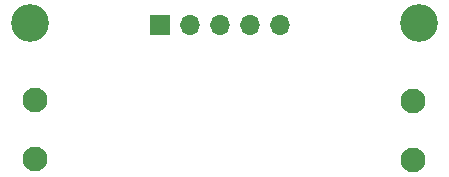
<source format=gbr>
G04 #@! TF.GenerationSoftware,KiCad,Pcbnew,5.1.12-84ad8e8a86~92~ubuntu20.04.1*
G04 #@! TF.CreationDate,2021-11-18T17:54:01-07:00*
G04 #@! TF.ProjectId,power-monitor,706f7765-722d-46d6-9f6e-69746f722e6b,rev?*
G04 #@! TF.SameCoordinates,Original*
G04 #@! TF.FileFunction,Soldermask,Bot*
G04 #@! TF.FilePolarity,Negative*
%FSLAX46Y46*%
G04 Gerber Fmt 4.6, Leading zero omitted, Abs format (unit mm)*
G04 Created by KiCad (PCBNEW 5.1.12-84ad8e8a86~92~ubuntu20.04.1) date 2021-11-18 17:54:01*
%MOMM*%
%LPD*%
G01*
G04 APERTURE LIST*
%ADD10O,1.700000X1.700000*%
%ADD11R,1.700000X1.700000*%
%ADD12C,3.200000*%
%ADD13C,2.100000*%
G04 APERTURE END LIST*
D10*
X137160000Y-81280000D03*
X134620000Y-81280000D03*
X132080000Y-81280000D03*
X129540000Y-81280000D03*
D11*
X127000000Y-81280000D03*
D12*
X149000000Y-81100000D03*
X116000000Y-81100000D03*
D13*
X148500000Y-87710000D03*
X148500000Y-92710000D03*
X116500000Y-92630000D03*
X116500000Y-87630000D03*
M02*

</source>
